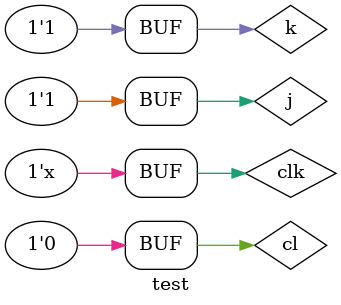
<source format=v>
`timescale 1ns / 1ps


module test;

	// Inputs
	reg j;
	reg k;
	reg clk;
	reg cl;

	// Outputs
	wire q;
	wire qb;

	// Instantiate the Unit Under Test (UUT)
	jkff uut (
		.j(j), 
		.k(k), 
		.clk(clk), 
		.cl(cl), 
		.q(q), 
		.qb(qb)
	); 
	
	always  
	#5 clk = ~clk;

	initial begin
		// Initialize Inputs
		j = 0;
		k = 0;
		clk = 0;
		cl = 0; 
		 

		// Wait 100 ns for global reset to finish
		#100;
        j=1; 
		  k=1;
		// Add stimulus here

	end
      
endmodule


</source>
